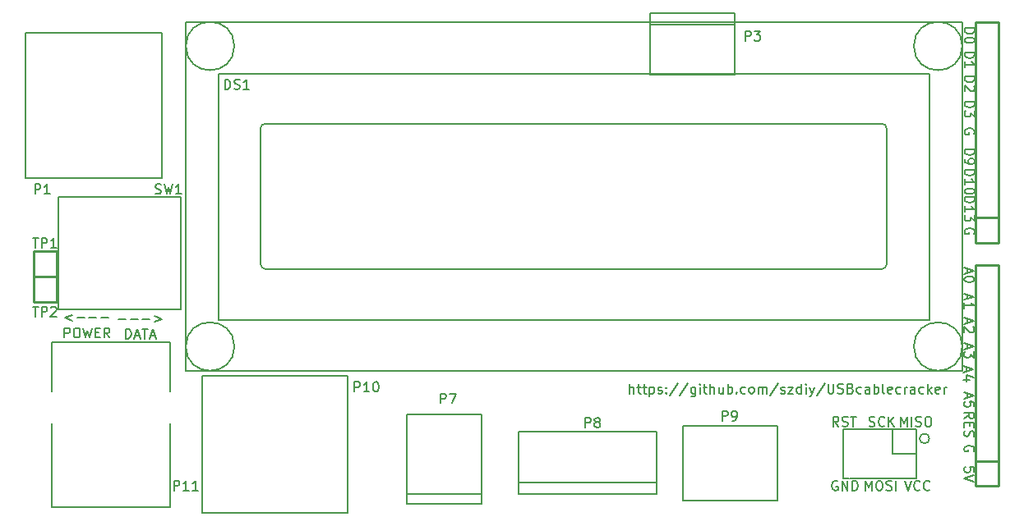
<source format=gbr>
G04 #@! TF.FileFunction,Legend,Top*
%FSLAX46Y46*%
G04 Gerber Fmt 4.6, Leading zero omitted, Abs format (unit mm)*
G04 Created by KiCad (PCBNEW 4.0.5+dfsg1-4) date Tue May  9 17:57:45 2017*
%MOMM*%
%LPD*%
G01*
G04 APERTURE LIST*
%ADD10C,0.100000*%
%ADD11C,0.150000*%
%ADD12C,0.200000*%
%ADD13C,0.254000*%
G04 APERTURE END LIST*
D10*
D11*
X111738094Y-88852381D02*
X111738094Y-87852381D01*
X112166666Y-88852381D02*
X112166666Y-88328571D01*
X112119047Y-88233333D01*
X112023809Y-88185714D01*
X111880951Y-88185714D01*
X111785713Y-88233333D01*
X111738094Y-88280952D01*
X112499999Y-88185714D02*
X112880951Y-88185714D01*
X112642856Y-87852381D02*
X112642856Y-88709524D01*
X112690475Y-88804762D01*
X112785713Y-88852381D01*
X112880951Y-88852381D01*
X113071428Y-88185714D02*
X113452380Y-88185714D01*
X113214285Y-87852381D02*
X113214285Y-88709524D01*
X113261904Y-88804762D01*
X113357142Y-88852381D01*
X113452380Y-88852381D01*
X113785714Y-88185714D02*
X113785714Y-89185714D01*
X113785714Y-88233333D02*
X113880952Y-88185714D01*
X114071429Y-88185714D01*
X114166667Y-88233333D01*
X114214286Y-88280952D01*
X114261905Y-88376190D01*
X114261905Y-88661905D01*
X114214286Y-88757143D01*
X114166667Y-88804762D01*
X114071429Y-88852381D01*
X113880952Y-88852381D01*
X113785714Y-88804762D01*
X114642857Y-88804762D02*
X114738095Y-88852381D01*
X114928571Y-88852381D01*
X115023810Y-88804762D01*
X115071429Y-88709524D01*
X115071429Y-88661905D01*
X115023810Y-88566667D01*
X114928571Y-88519048D01*
X114785714Y-88519048D01*
X114690476Y-88471429D01*
X114642857Y-88376190D01*
X114642857Y-88328571D01*
X114690476Y-88233333D01*
X114785714Y-88185714D01*
X114928571Y-88185714D01*
X115023810Y-88233333D01*
X115500000Y-88757143D02*
X115547619Y-88804762D01*
X115500000Y-88852381D01*
X115452381Y-88804762D01*
X115500000Y-88757143D01*
X115500000Y-88852381D01*
X115500000Y-88233333D02*
X115547619Y-88280952D01*
X115500000Y-88328571D01*
X115452381Y-88280952D01*
X115500000Y-88233333D01*
X115500000Y-88328571D01*
X116690476Y-87804762D02*
X115833333Y-89090476D01*
X117738095Y-87804762D02*
X116880952Y-89090476D01*
X118500000Y-88185714D02*
X118500000Y-88995238D01*
X118452381Y-89090476D01*
X118404762Y-89138095D01*
X118309523Y-89185714D01*
X118166666Y-89185714D01*
X118071428Y-89138095D01*
X118500000Y-88804762D02*
X118404762Y-88852381D01*
X118214285Y-88852381D01*
X118119047Y-88804762D01*
X118071428Y-88757143D01*
X118023809Y-88661905D01*
X118023809Y-88376190D01*
X118071428Y-88280952D01*
X118119047Y-88233333D01*
X118214285Y-88185714D01*
X118404762Y-88185714D01*
X118500000Y-88233333D01*
X118976190Y-88852381D02*
X118976190Y-88185714D01*
X118976190Y-87852381D02*
X118928571Y-87900000D01*
X118976190Y-87947619D01*
X119023809Y-87900000D01*
X118976190Y-87852381D01*
X118976190Y-87947619D01*
X119309523Y-88185714D02*
X119690475Y-88185714D01*
X119452380Y-87852381D02*
X119452380Y-88709524D01*
X119499999Y-88804762D01*
X119595237Y-88852381D01*
X119690475Y-88852381D01*
X120023809Y-88852381D02*
X120023809Y-87852381D01*
X120452381Y-88852381D02*
X120452381Y-88328571D01*
X120404762Y-88233333D01*
X120309524Y-88185714D01*
X120166666Y-88185714D01*
X120071428Y-88233333D01*
X120023809Y-88280952D01*
X121357143Y-88185714D02*
X121357143Y-88852381D01*
X120928571Y-88185714D02*
X120928571Y-88709524D01*
X120976190Y-88804762D01*
X121071428Y-88852381D01*
X121214286Y-88852381D01*
X121309524Y-88804762D01*
X121357143Y-88757143D01*
X121833333Y-88852381D02*
X121833333Y-87852381D01*
X121833333Y-88233333D02*
X121928571Y-88185714D01*
X122119048Y-88185714D01*
X122214286Y-88233333D01*
X122261905Y-88280952D01*
X122309524Y-88376190D01*
X122309524Y-88661905D01*
X122261905Y-88757143D01*
X122214286Y-88804762D01*
X122119048Y-88852381D01*
X121928571Y-88852381D01*
X121833333Y-88804762D01*
X122738095Y-88757143D02*
X122785714Y-88804762D01*
X122738095Y-88852381D01*
X122690476Y-88804762D01*
X122738095Y-88757143D01*
X122738095Y-88852381D01*
X123642857Y-88804762D02*
X123547619Y-88852381D01*
X123357142Y-88852381D01*
X123261904Y-88804762D01*
X123214285Y-88757143D01*
X123166666Y-88661905D01*
X123166666Y-88376190D01*
X123214285Y-88280952D01*
X123261904Y-88233333D01*
X123357142Y-88185714D01*
X123547619Y-88185714D01*
X123642857Y-88233333D01*
X124214285Y-88852381D02*
X124119047Y-88804762D01*
X124071428Y-88757143D01*
X124023809Y-88661905D01*
X124023809Y-88376190D01*
X124071428Y-88280952D01*
X124119047Y-88233333D01*
X124214285Y-88185714D01*
X124357143Y-88185714D01*
X124452381Y-88233333D01*
X124500000Y-88280952D01*
X124547619Y-88376190D01*
X124547619Y-88661905D01*
X124500000Y-88757143D01*
X124452381Y-88804762D01*
X124357143Y-88852381D01*
X124214285Y-88852381D01*
X124976190Y-88852381D02*
X124976190Y-88185714D01*
X124976190Y-88280952D02*
X125023809Y-88233333D01*
X125119047Y-88185714D01*
X125261905Y-88185714D01*
X125357143Y-88233333D01*
X125404762Y-88328571D01*
X125404762Y-88852381D01*
X125404762Y-88328571D02*
X125452381Y-88233333D01*
X125547619Y-88185714D01*
X125690476Y-88185714D01*
X125785714Y-88233333D01*
X125833333Y-88328571D01*
X125833333Y-88852381D01*
X127023809Y-87804762D02*
X126166666Y-89090476D01*
X127309523Y-88804762D02*
X127404761Y-88852381D01*
X127595237Y-88852381D01*
X127690476Y-88804762D01*
X127738095Y-88709524D01*
X127738095Y-88661905D01*
X127690476Y-88566667D01*
X127595237Y-88519048D01*
X127452380Y-88519048D01*
X127357142Y-88471429D01*
X127309523Y-88376190D01*
X127309523Y-88328571D01*
X127357142Y-88233333D01*
X127452380Y-88185714D01*
X127595237Y-88185714D01*
X127690476Y-88233333D01*
X128071428Y-88185714D02*
X128595238Y-88185714D01*
X128071428Y-88852381D01*
X128595238Y-88852381D01*
X129404762Y-88852381D02*
X129404762Y-87852381D01*
X129404762Y-88804762D02*
X129309524Y-88852381D01*
X129119047Y-88852381D01*
X129023809Y-88804762D01*
X128976190Y-88757143D01*
X128928571Y-88661905D01*
X128928571Y-88376190D01*
X128976190Y-88280952D01*
X129023809Y-88233333D01*
X129119047Y-88185714D01*
X129309524Y-88185714D01*
X129404762Y-88233333D01*
X129880952Y-88852381D02*
X129880952Y-88185714D01*
X129880952Y-87852381D02*
X129833333Y-87900000D01*
X129880952Y-87947619D01*
X129928571Y-87900000D01*
X129880952Y-87852381D01*
X129880952Y-87947619D01*
X130261904Y-88185714D02*
X130499999Y-88852381D01*
X130738095Y-88185714D02*
X130499999Y-88852381D01*
X130404761Y-89090476D01*
X130357142Y-89138095D01*
X130261904Y-89185714D01*
X131833333Y-87804762D02*
X130976190Y-89090476D01*
X132166666Y-87852381D02*
X132166666Y-88661905D01*
X132214285Y-88757143D01*
X132261904Y-88804762D01*
X132357142Y-88852381D01*
X132547619Y-88852381D01*
X132642857Y-88804762D01*
X132690476Y-88757143D01*
X132738095Y-88661905D01*
X132738095Y-87852381D01*
X133166666Y-88804762D02*
X133309523Y-88852381D01*
X133547619Y-88852381D01*
X133642857Y-88804762D01*
X133690476Y-88757143D01*
X133738095Y-88661905D01*
X133738095Y-88566667D01*
X133690476Y-88471429D01*
X133642857Y-88423810D01*
X133547619Y-88376190D01*
X133357142Y-88328571D01*
X133261904Y-88280952D01*
X133214285Y-88233333D01*
X133166666Y-88138095D01*
X133166666Y-88042857D01*
X133214285Y-87947619D01*
X133261904Y-87900000D01*
X133357142Y-87852381D01*
X133595238Y-87852381D01*
X133738095Y-87900000D01*
X134500000Y-88328571D02*
X134642857Y-88376190D01*
X134690476Y-88423810D01*
X134738095Y-88519048D01*
X134738095Y-88661905D01*
X134690476Y-88757143D01*
X134642857Y-88804762D01*
X134547619Y-88852381D01*
X134166666Y-88852381D01*
X134166666Y-87852381D01*
X134500000Y-87852381D01*
X134595238Y-87900000D01*
X134642857Y-87947619D01*
X134690476Y-88042857D01*
X134690476Y-88138095D01*
X134642857Y-88233333D01*
X134595238Y-88280952D01*
X134500000Y-88328571D01*
X134166666Y-88328571D01*
X135595238Y-88804762D02*
X135500000Y-88852381D01*
X135309523Y-88852381D01*
X135214285Y-88804762D01*
X135166666Y-88757143D01*
X135119047Y-88661905D01*
X135119047Y-88376190D01*
X135166666Y-88280952D01*
X135214285Y-88233333D01*
X135309523Y-88185714D01*
X135500000Y-88185714D01*
X135595238Y-88233333D01*
X136452381Y-88852381D02*
X136452381Y-88328571D01*
X136404762Y-88233333D01*
X136309524Y-88185714D01*
X136119047Y-88185714D01*
X136023809Y-88233333D01*
X136452381Y-88804762D02*
X136357143Y-88852381D01*
X136119047Y-88852381D01*
X136023809Y-88804762D01*
X135976190Y-88709524D01*
X135976190Y-88614286D01*
X136023809Y-88519048D01*
X136119047Y-88471429D01*
X136357143Y-88471429D01*
X136452381Y-88423810D01*
X136928571Y-88852381D02*
X136928571Y-87852381D01*
X136928571Y-88233333D02*
X137023809Y-88185714D01*
X137214286Y-88185714D01*
X137309524Y-88233333D01*
X137357143Y-88280952D01*
X137404762Y-88376190D01*
X137404762Y-88661905D01*
X137357143Y-88757143D01*
X137309524Y-88804762D01*
X137214286Y-88852381D01*
X137023809Y-88852381D01*
X136928571Y-88804762D01*
X137976190Y-88852381D02*
X137880952Y-88804762D01*
X137833333Y-88709524D01*
X137833333Y-87852381D01*
X138738096Y-88804762D02*
X138642858Y-88852381D01*
X138452381Y-88852381D01*
X138357143Y-88804762D01*
X138309524Y-88709524D01*
X138309524Y-88328571D01*
X138357143Y-88233333D01*
X138452381Y-88185714D01*
X138642858Y-88185714D01*
X138738096Y-88233333D01*
X138785715Y-88328571D01*
X138785715Y-88423810D01*
X138309524Y-88519048D01*
X139642858Y-88804762D02*
X139547620Y-88852381D01*
X139357143Y-88852381D01*
X139261905Y-88804762D01*
X139214286Y-88757143D01*
X139166667Y-88661905D01*
X139166667Y-88376190D01*
X139214286Y-88280952D01*
X139261905Y-88233333D01*
X139357143Y-88185714D01*
X139547620Y-88185714D01*
X139642858Y-88233333D01*
X140071429Y-88852381D02*
X140071429Y-88185714D01*
X140071429Y-88376190D02*
X140119048Y-88280952D01*
X140166667Y-88233333D01*
X140261905Y-88185714D01*
X140357144Y-88185714D01*
X141119049Y-88852381D02*
X141119049Y-88328571D01*
X141071430Y-88233333D01*
X140976192Y-88185714D01*
X140785715Y-88185714D01*
X140690477Y-88233333D01*
X141119049Y-88804762D02*
X141023811Y-88852381D01*
X140785715Y-88852381D01*
X140690477Y-88804762D01*
X140642858Y-88709524D01*
X140642858Y-88614286D01*
X140690477Y-88519048D01*
X140785715Y-88471429D01*
X141023811Y-88471429D01*
X141119049Y-88423810D01*
X142023811Y-88804762D02*
X141928573Y-88852381D01*
X141738096Y-88852381D01*
X141642858Y-88804762D01*
X141595239Y-88757143D01*
X141547620Y-88661905D01*
X141547620Y-88376190D01*
X141595239Y-88280952D01*
X141642858Y-88233333D01*
X141738096Y-88185714D01*
X141928573Y-88185714D01*
X142023811Y-88233333D01*
X142452382Y-88852381D02*
X142452382Y-87852381D01*
X142547620Y-88471429D02*
X142833335Y-88852381D01*
X142833335Y-88185714D02*
X142452382Y-88566667D01*
X143642859Y-88804762D02*
X143547621Y-88852381D01*
X143357144Y-88852381D01*
X143261906Y-88804762D01*
X143214287Y-88709524D01*
X143214287Y-88328571D01*
X143261906Y-88233333D01*
X143357144Y-88185714D01*
X143547621Y-88185714D01*
X143642859Y-88233333D01*
X143690478Y-88328571D01*
X143690478Y-88423810D01*
X143214287Y-88519048D01*
X144119049Y-88852381D02*
X144119049Y-88185714D01*
X144119049Y-88376190D02*
X144166668Y-88280952D01*
X144214287Y-88233333D01*
X144309525Y-88185714D01*
X144404764Y-88185714D01*
X50238095Y-79902381D02*
X50809524Y-79902381D01*
X50523809Y-80902381D02*
X50523809Y-79902381D01*
X51142857Y-80902381D02*
X51142857Y-79902381D01*
X51523810Y-79902381D01*
X51619048Y-79950000D01*
X51666667Y-79997619D01*
X51714286Y-80092857D01*
X51714286Y-80235714D01*
X51666667Y-80330952D01*
X51619048Y-80378571D01*
X51523810Y-80426190D01*
X51142857Y-80426190D01*
X52095238Y-79997619D02*
X52142857Y-79950000D01*
X52238095Y-79902381D01*
X52476191Y-79902381D01*
X52571429Y-79950000D01*
X52619048Y-79997619D01*
X52666667Y-80092857D01*
X52666667Y-80188095D01*
X52619048Y-80330952D01*
X52047619Y-80902381D01*
X52666667Y-80902381D01*
X50238095Y-72802381D02*
X50809524Y-72802381D01*
X50523809Y-73802381D02*
X50523809Y-72802381D01*
X51142857Y-73802381D02*
X51142857Y-72802381D01*
X51523810Y-72802381D01*
X51619048Y-72850000D01*
X51666667Y-72897619D01*
X51714286Y-72992857D01*
X51714286Y-73135714D01*
X51666667Y-73230952D01*
X51619048Y-73278571D01*
X51523810Y-73326190D01*
X51142857Y-73326190D01*
X52666667Y-73802381D02*
X52095238Y-73802381D01*
X52380952Y-73802381D02*
X52380952Y-72802381D01*
X52285714Y-72945238D01*
X52190476Y-73040476D01*
X52095238Y-73088095D01*
D12*
X142600000Y-93500000D02*
G75*
G03X142600000Y-93500000I-500000J0D01*
G01*
D11*
X133252381Y-92252381D02*
X132919047Y-91776190D01*
X132680952Y-92252381D02*
X132680952Y-91252381D01*
X133061905Y-91252381D01*
X133157143Y-91300000D01*
X133204762Y-91347619D01*
X133252381Y-91442857D01*
X133252381Y-91585714D01*
X133204762Y-91680952D01*
X133157143Y-91728571D01*
X133061905Y-91776190D01*
X132680952Y-91776190D01*
X133633333Y-92204762D02*
X133776190Y-92252381D01*
X134014286Y-92252381D01*
X134109524Y-92204762D01*
X134157143Y-92157143D01*
X134204762Y-92061905D01*
X134204762Y-91966667D01*
X134157143Y-91871429D01*
X134109524Y-91823810D01*
X134014286Y-91776190D01*
X133823809Y-91728571D01*
X133728571Y-91680952D01*
X133680952Y-91633333D01*
X133633333Y-91538095D01*
X133633333Y-91442857D01*
X133680952Y-91347619D01*
X133728571Y-91300000D01*
X133823809Y-91252381D01*
X134061905Y-91252381D01*
X134204762Y-91300000D01*
X134490476Y-91252381D02*
X135061905Y-91252381D01*
X134776190Y-92252381D02*
X134776190Y-91252381D01*
X136414286Y-92204762D02*
X136557143Y-92252381D01*
X136795239Y-92252381D01*
X136890477Y-92204762D01*
X136938096Y-92157143D01*
X136985715Y-92061905D01*
X136985715Y-91966667D01*
X136938096Y-91871429D01*
X136890477Y-91823810D01*
X136795239Y-91776190D01*
X136604762Y-91728571D01*
X136509524Y-91680952D01*
X136461905Y-91633333D01*
X136414286Y-91538095D01*
X136414286Y-91442857D01*
X136461905Y-91347619D01*
X136509524Y-91300000D01*
X136604762Y-91252381D01*
X136842858Y-91252381D01*
X136985715Y-91300000D01*
X137985715Y-92157143D02*
X137938096Y-92204762D01*
X137795239Y-92252381D01*
X137700001Y-92252381D01*
X137557143Y-92204762D01*
X137461905Y-92109524D01*
X137414286Y-92014286D01*
X137366667Y-91823810D01*
X137366667Y-91680952D01*
X137414286Y-91490476D01*
X137461905Y-91395238D01*
X137557143Y-91300000D01*
X137700001Y-91252381D01*
X137795239Y-91252381D01*
X137938096Y-91300000D01*
X137985715Y-91347619D01*
X138414286Y-92252381D02*
X138414286Y-91252381D01*
X138985715Y-92252381D02*
X138557143Y-91680952D01*
X138985715Y-91252381D02*
X138414286Y-91823810D01*
X139628572Y-92252381D02*
X139628572Y-91252381D01*
X139961906Y-91966667D01*
X140295239Y-91252381D01*
X140295239Y-92252381D01*
X140771429Y-92252381D02*
X140771429Y-91252381D01*
X141200000Y-92204762D02*
X141342857Y-92252381D01*
X141580953Y-92252381D01*
X141676191Y-92204762D01*
X141723810Y-92157143D01*
X141771429Y-92061905D01*
X141771429Y-91966667D01*
X141723810Y-91871429D01*
X141676191Y-91823810D01*
X141580953Y-91776190D01*
X141390476Y-91728571D01*
X141295238Y-91680952D01*
X141247619Y-91633333D01*
X141200000Y-91538095D01*
X141200000Y-91442857D01*
X141247619Y-91347619D01*
X141295238Y-91300000D01*
X141390476Y-91252381D01*
X141628572Y-91252381D01*
X141771429Y-91300000D01*
X142390476Y-91252381D02*
X142580953Y-91252381D01*
X142676191Y-91300000D01*
X142771429Y-91395238D01*
X142819048Y-91585714D01*
X142819048Y-91919048D01*
X142771429Y-92109524D01*
X142676191Y-92204762D01*
X142580953Y-92252381D01*
X142390476Y-92252381D01*
X142295238Y-92204762D01*
X142200000Y-92109524D01*
X142152381Y-91919048D01*
X142152381Y-91585714D01*
X142200000Y-91395238D01*
X142295238Y-91300000D01*
X142390476Y-91252381D01*
X140066667Y-97852381D02*
X140400000Y-98852381D01*
X140733334Y-97852381D01*
X141638096Y-98757143D02*
X141590477Y-98804762D01*
X141447620Y-98852381D01*
X141352382Y-98852381D01*
X141209524Y-98804762D01*
X141114286Y-98709524D01*
X141066667Y-98614286D01*
X141019048Y-98423810D01*
X141019048Y-98280952D01*
X141066667Y-98090476D01*
X141114286Y-97995238D01*
X141209524Y-97900000D01*
X141352382Y-97852381D01*
X141447620Y-97852381D01*
X141590477Y-97900000D01*
X141638096Y-97947619D01*
X142638096Y-98757143D02*
X142590477Y-98804762D01*
X142447620Y-98852381D01*
X142352382Y-98852381D01*
X142209524Y-98804762D01*
X142114286Y-98709524D01*
X142066667Y-98614286D01*
X142019048Y-98423810D01*
X142019048Y-98280952D01*
X142066667Y-98090476D01*
X142114286Y-97995238D01*
X142209524Y-97900000D01*
X142352382Y-97852381D01*
X142447620Y-97852381D01*
X142590477Y-97900000D01*
X142638096Y-97947619D01*
X136028572Y-98852381D02*
X136028572Y-97852381D01*
X136361906Y-98566667D01*
X136695239Y-97852381D01*
X136695239Y-98852381D01*
X137361905Y-97852381D02*
X137552382Y-97852381D01*
X137647620Y-97900000D01*
X137742858Y-97995238D01*
X137790477Y-98185714D01*
X137790477Y-98519048D01*
X137742858Y-98709524D01*
X137647620Y-98804762D01*
X137552382Y-98852381D01*
X137361905Y-98852381D01*
X137266667Y-98804762D01*
X137171429Y-98709524D01*
X137123810Y-98519048D01*
X137123810Y-98185714D01*
X137171429Y-97995238D01*
X137266667Y-97900000D01*
X137361905Y-97852381D01*
X138171429Y-98804762D02*
X138314286Y-98852381D01*
X138552382Y-98852381D01*
X138647620Y-98804762D01*
X138695239Y-98757143D01*
X138742858Y-98661905D01*
X138742858Y-98566667D01*
X138695239Y-98471429D01*
X138647620Y-98423810D01*
X138552382Y-98376190D01*
X138361905Y-98328571D01*
X138266667Y-98280952D01*
X138219048Y-98233333D01*
X138171429Y-98138095D01*
X138171429Y-98042857D01*
X138219048Y-97947619D01*
X138266667Y-97900000D01*
X138361905Y-97852381D01*
X138600001Y-97852381D01*
X138742858Y-97900000D01*
X139171429Y-98852381D02*
X139171429Y-97852381D01*
X133138096Y-97900000D02*
X133042858Y-97852381D01*
X132900001Y-97852381D01*
X132757143Y-97900000D01*
X132661905Y-97995238D01*
X132614286Y-98090476D01*
X132566667Y-98280952D01*
X132566667Y-98423810D01*
X132614286Y-98614286D01*
X132661905Y-98709524D01*
X132757143Y-98804762D01*
X132900001Y-98852381D01*
X132995239Y-98852381D01*
X133138096Y-98804762D01*
X133185715Y-98757143D01*
X133185715Y-98423810D01*
X132995239Y-98423810D01*
X133614286Y-98852381D02*
X133614286Y-97852381D01*
X134185715Y-98852381D01*
X134185715Y-97852381D01*
X134661905Y-98852381D02*
X134661905Y-97852381D01*
X134900000Y-97852381D01*
X135042858Y-97900000D01*
X135138096Y-97995238D01*
X135185715Y-98090476D01*
X135233334Y-98280952D01*
X135233334Y-98423810D01*
X135185715Y-98614286D01*
X135138096Y-98709524D01*
X135042858Y-98804762D01*
X134900000Y-98852381D01*
X134661905Y-98852381D01*
X147200000Y-72361905D02*
X147247619Y-72266667D01*
X147247619Y-72123810D01*
X147200000Y-71980952D01*
X147104762Y-71885714D01*
X147009524Y-71838095D01*
X146819048Y-71790476D01*
X146676190Y-71790476D01*
X146485714Y-71838095D01*
X146390476Y-71885714D01*
X146295238Y-71980952D01*
X146247619Y-72123810D01*
X146247619Y-72219048D01*
X146295238Y-72361905D01*
X146342857Y-72409524D01*
X146676190Y-72409524D01*
X146676190Y-72219048D01*
X146247619Y-68585714D02*
X147247619Y-68585714D01*
X147247619Y-68823809D01*
X147200000Y-68966667D01*
X147104762Y-69061905D01*
X147009524Y-69109524D01*
X146819048Y-69157143D01*
X146676190Y-69157143D01*
X146485714Y-69109524D01*
X146390476Y-69061905D01*
X146295238Y-68966667D01*
X146247619Y-68823809D01*
X146247619Y-68585714D01*
X146247619Y-70109524D02*
X146247619Y-69538095D01*
X146247619Y-69823809D02*
X147247619Y-69823809D01*
X147104762Y-69728571D01*
X147009524Y-69633333D01*
X146961905Y-69538095D01*
X147247619Y-70442857D02*
X147247619Y-71061905D01*
X146866667Y-70728571D01*
X146866667Y-70871429D01*
X146819048Y-70966667D01*
X146771429Y-71014286D01*
X146676190Y-71061905D01*
X146438095Y-71061905D01*
X146342857Y-71014286D01*
X146295238Y-70966667D01*
X146247619Y-70871429D01*
X146247619Y-70585714D01*
X146295238Y-70490476D01*
X146342857Y-70442857D01*
X146247619Y-65785714D02*
X147247619Y-65785714D01*
X147247619Y-66023809D01*
X147200000Y-66166667D01*
X147104762Y-66261905D01*
X147009524Y-66309524D01*
X146819048Y-66357143D01*
X146676190Y-66357143D01*
X146485714Y-66309524D01*
X146390476Y-66261905D01*
X146295238Y-66166667D01*
X146247619Y-66023809D01*
X146247619Y-65785714D01*
X146247619Y-67309524D02*
X146247619Y-66738095D01*
X146247619Y-67023809D02*
X147247619Y-67023809D01*
X147104762Y-66928571D01*
X147009524Y-66833333D01*
X146961905Y-66738095D01*
X147247619Y-67928571D02*
X147247619Y-68023810D01*
X147200000Y-68119048D01*
X147152381Y-68166667D01*
X147057143Y-68214286D01*
X146866667Y-68261905D01*
X146628571Y-68261905D01*
X146438095Y-68214286D01*
X146342857Y-68166667D01*
X146295238Y-68119048D01*
X146247619Y-68023810D01*
X146247619Y-67928571D01*
X146295238Y-67833333D01*
X146342857Y-67785714D01*
X146438095Y-67738095D01*
X146628571Y-67690476D01*
X146866667Y-67690476D01*
X147057143Y-67738095D01*
X147152381Y-67785714D01*
X147200000Y-67833333D01*
X147247619Y-67928571D01*
X146247619Y-63661905D02*
X147247619Y-63661905D01*
X147247619Y-63900000D01*
X147200000Y-64042858D01*
X147104762Y-64138096D01*
X147009524Y-64185715D01*
X146819048Y-64233334D01*
X146676190Y-64233334D01*
X146485714Y-64185715D01*
X146390476Y-64138096D01*
X146295238Y-64042858D01*
X146247619Y-63900000D01*
X146247619Y-63661905D01*
X146247619Y-64709524D02*
X146247619Y-64900000D01*
X146295238Y-64995239D01*
X146342857Y-65042858D01*
X146485714Y-65138096D01*
X146676190Y-65185715D01*
X147057143Y-65185715D01*
X147152381Y-65138096D01*
X147200000Y-65090477D01*
X147247619Y-64995239D01*
X147247619Y-64804762D01*
X147200000Y-64709524D01*
X147152381Y-64661905D01*
X147057143Y-64614286D01*
X146819048Y-64614286D01*
X146723810Y-64661905D01*
X146676190Y-64709524D01*
X146628571Y-64804762D01*
X146628571Y-64995239D01*
X146676190Y-65090477D01*
X146723810Y-65138096D01*
X146819048Y-65185715D01*
X147200000Y-62061905D02*
X147247619Y-61966667D01*
X147247619Y-61823810D01*
X147200000Y-61680952D01*
X147104762Y-61585714D01*
X147009524Y-61538095D01*
X146819048Y-61490476D01*
X146676190Y-61490476D01*
X146485714Y-61538095D01*
X146390476Y-61585714D01*
X146295238Y-61680952D01*
X146247619Y-61823810D01*
X146247619Y-61919048D01*
X146295238Y-62061905D01*
X146342857Y-62109524D01*
X146676190Y-62109524D01*
X146676190Y-61919048D01*
X146247619Y-58761905D02*
X147247619Y-58761905D01*
X147247619Y-59000000D01*
X147200000Y-59142858D01*
X147104762Y-59238096D01*
X147009524Y-59285715D01*
X146819048Y-59333334D01*
X146676190Y-59333334D01*
X146485714Y-59285715D01*
X146390476Y-59238096D01*
X146295238Y-59142858D01*
X146247619Y-59000000D01*
X146247619Y-58761905D01*
X147247619Y-59666667D02*
X147247619Y-60285715D01*
X146866667Y-59952381D01*
X146866667Y-60095239D01*
X146819048Y-60190477D01*
X146771429Y-60238096D01*
X146676190Y-60285715D01*
X146438095Y-60285715D01*
X146342857Y-60238096D01*
X146295238Y-60190477D01*
X146247619Y-60095239D01*
X146247619Y-59809524D01*
X146295238Y-59714286D01*
X146342857Y-59666667D01*
X146247619Y-56161905D02*
X147247619Y-56161905D01*
X147247619Y-56400000D01*
X147200000Y-56542858D01*
X147104762Y-56638096D01*
X147009524Y-56685715D01*
X146819048Y-56733334D01*
X146676190Y-56733334D01*
X146485714Y-56685715D01*
X146390476Y-56638096D01*
X146295238Y-56542858D01*
X146247619Y-56400000D01*
X146247619Y-56161905D01*
X147152381Y-57114286D02*
X147200000Y-57161905D01*
X147247619Y-57257143D01*
X147247619Y-57495239D01*
X147200000Y-57590477D01*
X147152381Y-57638096D01*
X147057143Y-57685715D01*
X146961905Y-57685715D01*
X146819048Y-57638096D01*
X146247619Y-57066667D01*
X146247619Y-57685715D01*
X146247619Y-53661905D02*
X147247619Y-53661905D01*
X147247619Y-53900000D01*
X147200000Y-54042858D01*
X147104762Y-54138096D01*
X147009524Y-54185715D01*
X146819048Y-54233334D01*
X146676190Y-54233334D01*
X146485714Y-54185715D01*
X146390476Y-54138096D01*
X146295238Y-54042858D01*
X146247619Y-53900000D01*
X146247619Y-53661905D01*
X146247619Y-55185715D02*
X146247619Y-54614286D01*
X146247619Y-54900000D02*
X147247619Y-54900000D01*
X147104762Y-54804762D01*
X147009524Y-54709524D01*
X146961905Y-54614286D01*
X146247619Y-51161905D02*
X147247619Y-51161905D01*
X147247619Y-51400000D01*
X147200000Y-51542858D01*
X147104762Y-51638096D01*
X147009524Y-51685715D01*
X146819048Y-51733334D01*
X146676190Y-51733334D01*
X146485714Y-51685715D01*
X146390476Y-51638096D01*
X146295238Y-51542858D01*
X146247619Y-51400000D01*
X146247619Y-51161905D01*
X147247619Y-52352381D02*
X147247619Y-52447620D01*
X147200000Y-52542858D01*
X147152381Y-52590477D01*
X147057143Y-52638096D01*
X146866667Y-52685715D01*
X146628571Y-52685715D01*
X146438095Y-52638096D01*
X146342857Y-52590477D01*
X146295238Y-52542858D01*
X146247619Y-52447620D01*
X146247619Y-52352381D01*
X146295238Y-52257143D01*
X146342857Y-52209524D01*
X146438095Y-52161905D01*
X146628571Y-52114286D01*
X146866667Y-52114286D01*
X147057143Y-52161905D01*
X147152381Y-52209524D01*
X147200000Y-52257143D01*
X147247619Y-52352381D01*
X59061905Y-81146429D02*
X59823810Y-81146429D01*
X60300000Y-81146429D02*
X61061905Y-81146429D01*
X61538095Y-81146429D02*
X62300000Y-81146429D01*
X62776190Y-80860714D02*
X63538095Y-81146429D01*
X62776190Y-81432143D01*
X59800000Y-83177381D02*
X59800000Y-82177381D01*
X60038095Y-82177381D01*
X60180953Y-82225000D01*
X60276191Y-82320238D01*
X60323810Y-82415476D01*
X60371429Y-82605952D01*
X60371429Y-82748810D01*
X60323810Y-82939286D01*
X60276191Y-83034524D01*
X60180953Y-83129762D01*
X60038095Y-83177381D01*
X59800000Y-83177381D01*
X60752381Y-82891667D02*
X61228572Y-82891667D01*
X60657143Y-83177381D02*
X60990476Y-82177381D01*
X61323810Y-83177381D01*
X61514286Y-82177381D02*
X62085715Y-82177381D01*
X61800000Y-83177381D02*
X61800000Y-82177381D01*
X62371429Y-82891667D02*
X62847620Y-82891667D01*
X62276191Y-83177381D02*
X62609524Y-82177381D01*
X62942858Y-83177381D01*
X54323810Y-80760714D02*
X53561905Y-81046429D01*
X54323810Y-81332143D01*
X54800000Y-81046429D02*
X55561905Y-81046429D01*
X56038095Y-81046429D02*
X56800000Y-81046429D01*
X57276190Y-81046429D02*
X58038095Y-81046429D01*
X53490476Y-83077381D02*
X53490476Y-82077381D01*
X53871429Y-82077381D01*
X53966667Y-82125000D01*
X54014286Y-82172619D01*
X54061905Y-82267857D01*
X54061905Y-82410714D01*
X54014286Y-82505952D01*
X53966667Y-82553571D01*
X53871429Y-82601190D01*
X53490476Y-82601190D01*
X54680952Y-82077381D02*
X54871429Y-82077381D01*
X54966667Y-82125000D01*
X55061905Y-82220238D01*
X55109524Y-82410714D01*
X55109524Y-82744048D01*
X55061905Y-82934524D01*
X54966667Y-83029762D01*
X54871429Y-83077381D01*
X54680952Y-83077381D01*
X54585714Y-83029762D01*
X54490476Y-82934524D01*
X54442857Y-82744048D01*
X54442857Y-82410714D01*
X54490476Y-82220238D01*
X54585714Y-82125000D01*
X54680952Y-82077381D01*
X55442857Y-82077381D02*
X55680952Y-83077381D01*
X55871429Y-82363095D01*
X56061905Y-83077381D01*
X56300000Y-82077381D01*
X56680952Y-82553571D02*
X57014286Y-82553571D01*
X57157143Y-83077381D02*
X56680952Y-83077381D01*
X56680952Y-82077381D01*
X57157143Y-82077381D01*
X58157143Y-83077381D02*
X57823809Y-82601190D01*
X57585714Y-83077381D02*
X57585714Y-82077381D01*
X57966667Y-82077381D01*
X58061905Y-82125000D01*
X58109524Y-82172619D01*
X58157143Y-82267857D01*
X58157143Y-82410714D01*
X58109524Y-82505952D01*
X58061905Y-82553571D01*
X57966667Y-82601190D01*
X57585714Y-82601190D01*
X147209335Y-96944994D02*
X147209335Y-96468803D01*
X146733145Y-96421184D01*
X146780764Y-96468803D01*
X146828383Y-96564041D01*
X146828383Y-96802137D01*
X146780764Y-96897375D01*
X146733145Y-96944994D01*
X146637906Y-96992613D01*
X146399811Y-96992613D01*
X146304573Y-96944994D01*
X146256954Y-96897375D01*
X146209335Y-96802137D01*
X146209335Y-96564041D01*
X146256954Y-96468803D01*
X146304573Y-96421184D01*
X147209335Y-97278327D02*
X146209335Y-97611660D01*
X147209335Y-97944994D01*
X147161716Y-94797375D02*
X147209335Y-94702137D01*
X147209335Y-94559280D01*
X147161716Y-94416422D01*
X147066478Y-94321184D01*
X146971240Y-94273565D01*
X146780764Y-94225946D01*
X146637906Y-94225946D01*
X146447430Y-94273565D01*
X146352192Y-94321184D01*
X146256954Y-94416422D01*
X146209335Y-94559280D01*
X146209335Y-94654518D01*
X146256954Y-94797375D01*
X146304573Y-94844994D01*
X146637906Y-94844994D01*
X146637906Y-94654518D01*
X146209335Y-91416423D02*
X146685526Y-91083089D01*
X146209335Y-90844994D02*
X147209335Y-90844994D01*
X147209335Y-91225947D01*
X147161716Y-91321185D01*
X147114097Y-91368804D01*
X147018859Y-91416423D01*
X146876002Y-91416423D01*
X146780764Y-91368804D01*
X146733145Y-91321185D01*
X146685526Y-91225947D01*
X146685526Y-90844994D01*
X146733145Y-91844994D02*
X146733145Y-92178328D01*
X146209335Y-92321185D02*
X146209335Y-91844994D01*
X147209335Y-91844994D01*
X147209335Y-92321185D01*
X146256954Y-92702137D02*
X146209335Y-92844994D01*
X146209335Y-93083090D01*
X146256954Y-93178328D01*
X146304573Y-93225947D01*
X146399811Y-93273566D01*
X146495049Y-93273566D01*
X146590287Y-93225947D01*
X146637906Y-93178328D01*
X146685526Y-93083090D01*
X146733145Y-92892613D01*
X146780764Y-92797375D01*
X146828383Y-92749756D01*
X146923621Y-92702137D01*
X147018859Y-92702137D01*
X147114097Y-92749756D01*
X147161716Y-92797375D01*
X147209335Y-92892613D01*
X147209335Y-93130709D01*
X147161716Y-93273566D01*
X146495049Y-88821184D02*
X146495049Y-89297375D01*
X146209335Y-88725946D02*
X147209335Y-89059279D01*
X146209335Y-89392613D01*
X147209335Y-90202137D02*
X147209335Y-89725946D01*
X146733145Y-89678327D01*
X146780764Y-89725946D01*
X146828383Y-89821184D01*
X146828383Y-90059280D01*
X146780764Y-90154518D01*
X146733145Y-90202137D01*
X146637906Y-90249756D01*
X146399811Y-90249756D01*
X146304573Y-90202137D01*
X146256954Y-90154518D01*
X146209335Y-90059280D01*
X146209335Y-89821184D01*
X146256954Y-89725946D01*
X146304573Y-89678327D01*
X146395049Y-86121184D02*
X146395049Y-86597375D01*
X146109335Y-86025946D02*
X147109335Y-86359279D01*
X146109335Y-86692613D01*
X146776002Y-87454518D02*
X146109335Y-87454518D01*
X147156954Y-87216422D02*
X146442668Y-86978327D01*
X146442668Y-87597375D01*
X146495049Y-83721184D02*
X146495049Y-84197375D01*
X146209335Y-83625946D02*
X147209335Y-83959279D01*
X146209335Y-84292613D01*
X147209335Y-84530708D02*
X147209335Y-85149756D01*
X146828383Y-84816422D01*
X146828383Y-84959280D01*
X146780764Y-85054518D01*
X146733145Y-85102137D01*
X146637906Y-85149756D01*
X146399811Y-85149756D01*
X146304573Y-85102137D01*
X146256954Y-85054518D01*
X146209335Y-84959280D01*
X146209335Y-84673565D01*
X146256954Y-84578327D01*
X146304573Y-84530708D01*
X146495049Y-81121184D02*
X146495049Y-81597375D01*
X146209335Y-81025946D02*
X147209335Y-81359279D01*
X146209335Y-81692613D01*
X147114097Y-81978327D02*
X147161716Y-82025946D01*
X147209335Y-82121184D01*
X147209335Y-82359280D01*
X147161716Y-82454518D01*
X147114097Y-82502137D01*
X147018859Y-82549756D01*
X146923621Y-82549756D01*
X146780764Y-82502137D01*
X146209335Y-81930708D01*
X146209335Y-82549756D01*
X146495049Y-78621184D02*
X146495049Y-79097375D01*
X146209335Y-78525946D02*
X147209335Y-78859279D01*
X146209335Y-79192613D01*
X146209335Y-80049756D02*
X146209335Y-79478327D01*
X146209335Y-79764041D02*
X147209335Y-79764041D01*
X147066478Y-79668803D01*
X146971240Y-79573565D01*
X146923621Y-79478327D01*
X146495049Y-75921184D02*
X146495049Y-76397375D01*
X146209335Y-75825946D02*
X147209335Y-76159279D01*
X146209335Y-76492613D01*
X147209335Y-77016422D02*
X147209335Y-77111661D01*
X147161716Y-77206899D01*
X147114097Y-77254518D01*
X147018859Y-77302137D01*
X146828383Y-77349756D01*
X146590287Y-77349756D01*
X146399811Y-77302137D01*
X146304573Y-77254518D01*
X146256954Y-77206899D01*
X146209335Y-77111661D01*
X146209335Y-77016422D01*
X146256954Y-76921184D01*
X146304573Y-76873565D01*
X146399811Y-76825946D01*
X146590287Y-76778327D01*
X146828383Y-76778327D01*
X147018859Y-76825946D01*
X147114097Y-76873565D01*
X147161716Y-76921184D01*
X147209335Y-77016422D01*
X74200660Y-61001000D02*
X137700660Y-61001000D01*
X73700280Y-75499320D02*
X73700280Y-61498840D01*
X137700660Y-75999700D02*
X74200660Y-75999700D01*
X138201040Y-61498840D02*
X138201040Y-75499320D01*
X138198500Y-61498840D02*
G75*
G03X137700660Y-61001000I-497840J0D01*
G01*
X137700660Y-75999700D02*
G75*
G03X138201040Y-75499320I0J500380D01*
G01*
X73700280Y-75499320D02*
G75*
G03X74200660Y-75999700I500380J0D01*
G01*
X74200660Y-60998460D02*
G75*
G03X73700280Y-61498840I0J-500380D01*
G01*
X69400060Y-55900680D02*
X142600320Y-55900680D01*
X142600320Y-55900680D02*
X142600320Y-81300680D01*
X142600320Y-81300680D02*
X69400060Y-81300680D01*
X69400060Y-81300680D02*
X69400060Y-55900680D01*
X145998840Y-53000000D02*
G75*
G03X145998840Y-53000000I-2499360J0D01*
G01*
X145998840Y-84000700D02*
G75*
G03X145998840Y-84000700I-2499360J0D01*
G01*
X71002800Y-84000700D02*
G75*
G03X71002800Y-84000700I-2501900J0D01*
G01*
X71000260Y-53000000D02*
G75*
G03X71000260Y-53000000I-2499360J0D01*
G01*
X65999000Y-50500640D02*
X145998840Y-50500640D01*
X145998840Y-50500640D02*
X145998840Y-86500060D01*
X145998840Y-86500060D02*
X65999000Y-86500060D01*
X65999000Y-86500060D02*
X65999000Y-50500640D01*
X63400000Y-80200000D02*
X65500000Y-80200000D01*
X65500000Y-80200000D02*
X65500000Y-68600000D01*
X65500000Y-68600000D02*
X52900000Y-68600000D01*
X52900000Y-68600000D02*
X52900000Y-80200000D01*
X52900000Y-80200000D02*
X63400000Y-80200000D01*
X118580000Y-92190000D02*
X126980000Y-92190000D01*
X126980000Y-92190000D02*
X126980000Y-93340000D01*
X126980000Y-93340000D02*
X126980000Y-93370000D01*
X118580000Y-92190000D02*
X117180000Y-92190000D01*
X117180000Y-92190000D02*
X117180000Y-93390000D01*
X117180000Y-93400000D02*
X117180000Y-99910000D01*
X117180000Y-99910000D02*
X117760000Y-99910000D01*
X126980000Y-93360000D02*
X126980000Y-99910000D01*
X126980000Y-99910000D02*
X126430000Y-99910000D01*
X117760000Y-99910000D02*
X126420000Y-99910000D01*
X138800000Y-92500000D02*
X133800000Y-92500000D01*
X133800000Y-92500000D02*
X133700000Y-92500000D01*
X133700000Y-92500000D02*
X133700000Y-97600000D01*
X133700000Y-97600000D02*
X134300000Y-97600000D01*
X138800000Y-95100000D02*
X141300000Y-95100000D01*
X138800000Y-95100000D02*
X138800000Y-92500000D01*
X138800000Y-92500000D02*
X141300000Y-92500000D01*
X141300000Y-92500000D02*
X141300000Y-97600000D01*
X141300000Y-97600000D02*
X134400000Y-97600000D01*
D13*
X52700000Y-76800000D02*
X50300000Y-76800000D01*
X50300000Y-79400000D02*
X50300000Y-74200000D01*
X50300000Y-74200000D02*
X52700000Y-74200000D01*
X52700000Y-74200000D02*
X52700000Y-79400000D01*
X52700000Y-79400000D02*
X50300000Y-79400000D01*
D11*
X88749360Y-99199180D02*
X96450640Y-99199180D01*
X88749360Y-100199940D02*
X96450640Y-100199940D01*
X96450640Y-100199940D02*
X96450640Y-91000060D01*
X96450640Y-91000060D02*
X88749360Y-91000060D01*
X88749360Y-91000060D02*
X88749360Y-100199940D01*
X108950000Y-92800000D02*
X100250000Y-92800000D01*
X100250000Y-99200000D02*
X100250000Y-92800000D01*
X108950000Y-99200000D02*
X100250000Y-99200000D01*
X108950000Y-98000000D02*
X100250000Y-98000000D01*
X108950000Y-98000000D02*
X114550000Y-98000000D01*
X113250000Y-92800000D02*
X114550000Y-92800000D01*
X114550000Y-92800000D02*
X114550000Y-99200000D01*
X114550000Y-99200000D02*
X113250000Y-99200000D01*
X108950000Y-92800000D02*
X113250000Y-92800000D01*
X113250000Y-99200000D02*
X108950000Y-99200000D01*
X82709000Y-87057000D02*
X82709000Y-101154000D01*
X67723000Y-101154000D02*
X67723000Y-87057000D01*
X82709000Y-87057000D02*
X67723000Y-87057000D01*
X82709000Y-101154000D02*
X67723000Y-101154000D01*
X63545120Y-66649860D02*
X49448120Y-66649860D01*
X49448120Y-51663860D02*
X63545120Y-51663860D01*
X63545120Y-66649860D02*
X63545120Y-51663860D01*
X49448120Y-66649860D02*
X49448120Y-51663860D01*
X52174000Y-91950000D02*
X52174000Y-100586000D01*
X52174000Y-83568000D02*
X52174000Y-88648000D01*
X64366000Y-91950000D02*
X64366000Y-100586000D01*
X64366000Y-83568000D02*
X64366000Y-88648000D01*
X64366000Y-100586000D02*
X52174000Y-100586000D01*
X52174000Y-83568000D02*
X64366000Y-83568000D01*
D13*
X147322676Y-75595470D02*
X147322676Y-98395470D01*
X149722676Y-98395470D02*
X149722676Y-75595470D01*
X147322676Y-98395470D02*
X149722676Y-98395470D01*
X147322676Y-95795470D02*
X149722676Y-95795470D01*
X149722676Y-75595470D02*
X147322676Y-75595470D01*
X147360960Y-50520000D02*
X147360960Y-73320000D01*
X149760960Y-73320000D02*
X149760960Y-50520000D01*
X147360960Y-73320000D02*
X149760960Y-73320000D01*
X147360960Y-70720000D02*
X149760960Y-70720000D01*
X149760960Y-50520000D02*
X147360960Y-50520000D01*
D11*
X122550900Y-49582540D02*
X113850900Y-49582540D01*
X122550900Y-55987540D02*
X113850900Y-55987540D01*
X113850900Y-55987540D02*
X113850900Y-49582540D01*
X113850900Y-50812540D02*
X122550900Y-50812540D01*
X122550900Y-49582540D02*
X122550900Y-55987540D01*
X70035714Y-57452381D02*
X70035714Y-56452381D01*
X70273809Y-56452381D01*
X70416667Y-56500000D01*
X70511905Y-56595238D01*
X70559524Y-56690476D01*
X70607143Y-56880952D01*
X70607143Y-57023810D01*
X70559524Y-57214286D01*
X70511905Y-57309524D01*
X70416667Y-57404762D01*
X70273809Y-57452381D01*
X70035714Y-57452381D01*
X70988095Y-57404762D02*
X71130952Y-57452381D01*
X71369048Y-57452381D01*
X71464286Y-57404762D01*
X71511905Y-57357143D01*
X71559524Y-57261905D01*
X71559524Y-57166667D01*
X71511905Y-57071429D01*
X71464286Y-57023810D01*
X71369048Y-56976190D01*
X71178571Y-56928571D01*
X71083333Y-56880952D01*
X71035714Y-56833333D01*
X70988095Y-56738095D01*
X70988095Y-56642857D01*
X71035714Y-56547619D01*
X71083333Y-56500000D01*
X71178571Y-56452381D01*
X71416667Y-56452381D01*
X71559524Y-56500000D01*
X72511905Y-57452381D02*
X71940476Y-57452381D01*
X72226190Y-57452381D02*
X72226190Y-56452381D01*
X72130952Y-56595238D01*
X72035714Y-56690476D01*
X71940476Y-56738095D01*
X62866667Y-68204762D02*
X63009524Y-68252381D01*
X63247620Y-68252381D01*
X63342858Y-68204762D01*
X63390477Y-68157143D01*
X63438096Y-68061905D01*
X63438096Y-67966667D01*
X63390477Y-67871429D01*
X63342858Y-67823810D01*
X63247620Y-67776190D01*
X63057143Y-67728571D01*
X62961905Y-67680952D01*
X62914286Y-67633333D01*
X62866667Y-67538095D01*
X62866667Y-67442857D01*
X62914286Y-67347619D01*
X62961905Y-67300000D01*
X63057143Y-67252381D01*
X63295239Y-67252381D01*
X63438096Y-67300000D01*
X63771429Y-67252381D02*
X64009524Y-68252381D01*
X64200001Y-67538095D01*
X64390477Y-68252381D01*
X64628572Y-67252381D01*
X65533334Y-68252381D02*
X64961905Y-68252381D01*
X65247619Y-68252381D02*
X65247619Y-67252381D01*
X65152381Y-67395238D01*
X65057143Y-67490476D01*
X64961905Y-67538095D01*
X121261905Y-91652381D02*
X121261905Y-90652381D01*
X121642858Y-90652381D01*
X121738096Y-90700000D01*
X121785715Y-90747619D01*
X121833334Y-90842857D01*
X121833334Y-90985714D01*
X121785715Y-91080952D01*
X121738096Y-91128571D01*
X121642858Y-91176190D01*
X121261905Y-91176190D01*
X122309524Y-91652381D02*
X122500000Y-91652381D01*
X122595239Y-91604762D01*
X122642858Y-91557143D01*
X122738096Y-91414286D01*
X122785715Y-91223810D01*
X122785715Y-90842857D01*
X122738096Y-90747619D01*
X122690477Y-90700000D01*
X122595239Y-90652381D01*
X122404762Y-90652381D01*
X122309524Y-90700000D01*
X122261905Y-90747619D01*
X122214286Y-90842857D01*
X122214286Y-91080952D01*
X122261905Y-91176190D01*
X122309524Y-91223810D01*
X122404762Y-91271429D01*
X122595239Y-91271429D01*
X122690477Y-91223810D01*
X122738096Y-91176190D01*
X122785715Y-91080952D01*
X92261905Y-89852381D02*
X92261905Y-88852381D01*
X92642858Y-88852381D01*
X92738096Y-88900000D01*
X92785715Y-88947619D01*
X92833334Y-89042857D01*
X92833334Y-89185714D01*
X92785715Y-89280952D01*
X92738096Y-89328571D01*
X92642858Y-89376190D01*
X92261905Y-89376190D01*
X93166667Y-88852381D02*
X93833334Y-88852381D01*
X93404762Y-89852381D01*
X107161905Y-92352381D02*
X107161905Y-91352381D01*
X107542858Y-91352381D01*
X107638096Y-91400000D01*
X107685715Y-91447619D01*
X107733334Y-91542857D01*
X107733334Y-91685714D01*
X107685715Y-91780952D01*
X107638096Y-91828571D01*
X107542858Y-91876190D01*
X107161905Y-91876190D01*
X108304762Y-91780952D02*
X108209524Y-91733333D01*
X108161905Y-91685714D01*
X108114286Y-91590476D01*
X108114286Y-91542857D01*
X108161905Y-91447619D01*
X108209524Y-91400000D01*
X108304762Y-91352381D01*
X108495239Y-91352381D01*
X108590477Y-91400000D01*
X108638096Y-91447619D01*
X108685715Y-91542857D01*
X108685715Y-91590476D01*
X108638096Y-91685714D01*
X108590477Y-91733333D01*
X108495239Y-91780952D01*
X108304762Y-91780952D01*
X108209524Y-91828571D01*
X108161905Y-91876190D01*
X108114286Y-91971429D01*
X108114286Y-92161905D01*
X108161905Y-92257143D01*
X108209524Y-92304762D01*
X108304762Y-92352381D01*
X108495239Y-92352381D01*
X108590477Y-92304762D01*
X108638096Y-92257143D01*
X108685715Y-92161905D01*
X108685715Y-91971429D01*
X108638096Y-91876190D01*
X108590477Y-91828571D01*
X108495239Y-91780952D01*
X83385714Y-88652381D02*
X83385714Y-87652381D01*
X83766667Y-87652381D01*
X83861905Y-87700000D01*
X83909524Y-87747619D01*
X83957143Y-87842857D01*
X83957143Y-87985714D01*
X83909524Y-88080952D01*
X83861905Y-88128571D01*
X83766667Y-88176190D01*
X83385714Y-88176190D01*
X84909524Y-88652381D02*
X84338095Y-88652381D01*
X84623809Y-88652381D02*
X84623809Y-87652381D01*
X84528571Y-87795238D01*
X84433333Y-87890476D01*
X84338095Y-87938095D01*
X85528571Y-87652381D02*
X85623810Y-87652381D01*
X85719048Y-87700000D01*
X85766667Y-87747619D01*
X85814286Y-87842857D01*
X85861905Y-88033333D01*
X85861905Y-88271429D01*
X85814286Y-88461905D01*
X85766667Y-88557143D01*
X85719048Y-88604762D01*
X85623810Y-88652381D01*
X85528571Y-88652381D01*
X85433333Y-88604762D01*
X85385714Y-88557143D01*
X85338095Y-88461905D01*
X85290476Y-88271429D01*
X85290476Y-88033333D01*
X85338095Y-87842857D01*
X85385714Y-87747619D01*
X85433333Y-87700000D01*
X85528571Y-87652381D01*
X50461905Y-68252381D02*
X50461905Y-67252381D01*
X50842858Y-67252381D01*
X50938096Y-67300000D01*
X50985715Y-67347619D01*
X51033334Y-67442857D01*
X51033334Y-67585714D01*
X50985715Y-67680952D01*
X50938096Y-67728571D01*
X50842858Y-67776190D01*
X50461905Y-67776190D01*
X51985715Y-68252381D02*
X51414286Y-68252381D01*
X51700000Y-68252381D02*
X51700000Y-67252381D01*
X51604762Y-67395238D01*
X51509524Y-67490476D01*
X51414286Y-67538095D01*
X64785714Y-98852381D02*
X64785714Y-97852381D01*
X65166667Y-97852381D01*
X65261905Y-97900000D01*
X65309524Y-97947619D01*
X65357143Y-98042857D01*
X65357143Y-98185714D01*
X65309524Y-98280952D01*
X65261905Y-98328571D01*
X65166667Y-98376190D01*
X64785714Y-98376190D01*
X66309524Y-98852381D02*
X65738095Y-98852381D01*
X66023809Y-98852381D02*
X66023809Y-97852381D01*
X65928571Y-97995238D01*
X65833333Y-98090476D01*
X65738095Y-98138095D01*
X67261905Y-98852381D02*
X66690476Y-98852381D01*
X66976190Y-98852381D02*
X66976190Y-97852381D01*
X66880952Y-97995238D01*
X66785714Y-98090476D01*
X66690476Y-98138095D01*
X123661905Y-52452381D02*
X123661905Y-51452381D01*
X124042858Y-51452381D01*
X124138096Y-51500000D01*
X124185715Y-51547619D01*
X124233334Y-51642857D01*
X124233334Y-51785714D01*
X124185715Y-51880952D01*
X124138096Y-51928571D01*
X124042858Y-51976190D01*
X123661905Y-51976190D01*
X124566667Y-51452381D02*
X125185715Y-51452381D01*
X124852381Y-51833333D01*
X124995239Y-51833333D01*
X125090477Y-51880952D01*
X125138096Y-51928571D01*
X125185715Y-52023810D01*
X125185715Y-52261905D01*
X125138096Y-52357143D01*
X125090477Y-52404762D01*
X124995239Y-52452381D01*
X124709524Y-52452381D01*
X124614286Y-52404762D01*
X124566667Y-52357143D01*
M02*

</source>
